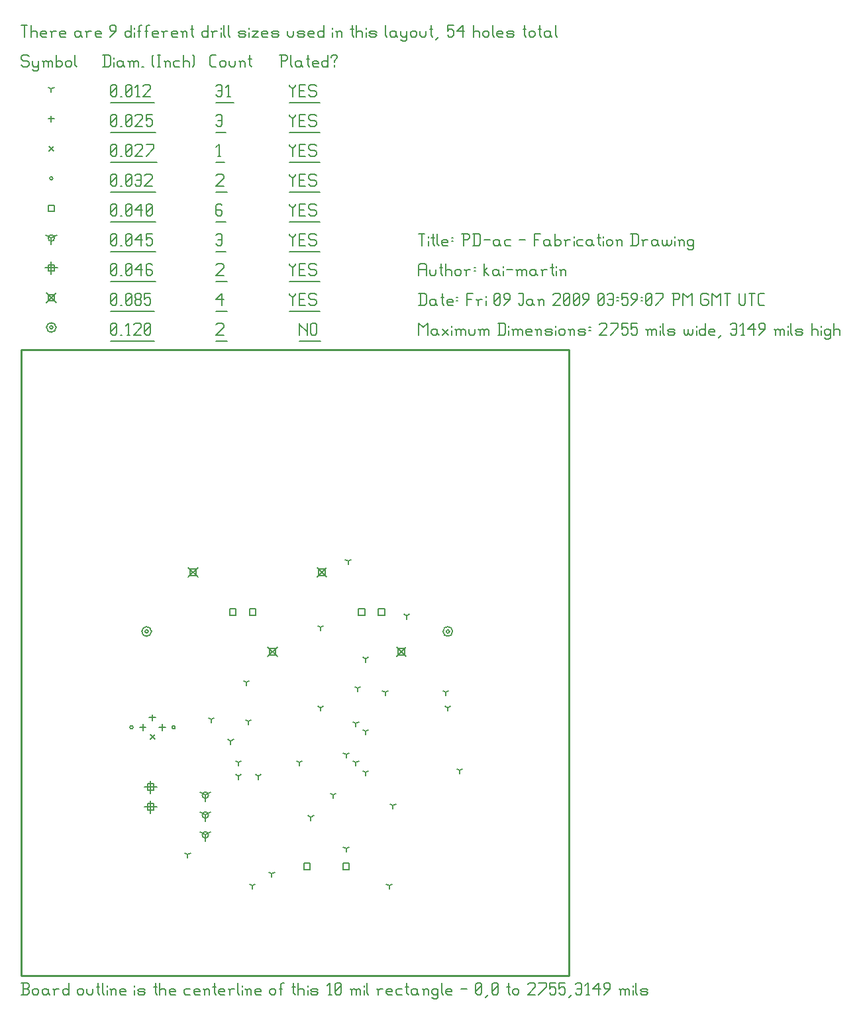
<source format=gbr>
G04 start of page 14 for group -3984 idx -3984 *
G04 Title: PD-ac, fab *
G04 Creator: pcb 1.99x *
G04 CreationDate: Fri 09 Jan 2009 03:59:07 PM GMT UTC *
G04 For: kmk *
G04 Format: Gerber/RS-274X *
G04 PCB-Dimensions: 275591 314961 *
G04 PCB-Coordinate-Origin: lower left *
%MOIN*%
%FSLAX24Y24*%
%LNFAB*%
%ADD33C,0.0060*%
%ADD38C,0.0100*%
%ADD60R,0.0080X0.0080*%
G54D60*X6218Y17322D02*G75*G03X6378Y17322I80J0D01*G01*
G75*G03X6218Y17322I-80J0D01*G01*
X6058D02*G75*G03X6538Y17322I240J0D01*G01*
G75*G03X6058Y17322I-240J0D01*G01*
X21375D02*G75*G03X21535Y17322I80J0D01*G01*
G75*G03X21375Y17322I-80J0D01*G01*
X21215D02*G75*G03X21695Y17322I240J0D01*G01*
G75*G03X21215Y17322I-240J0D01*G01*
X1420Y32621D02*G75*G03X1580Y32621I80J0D01*G01*
G75*G03X1420Y32621I-80J0D01*G01*
X1260D02*G75*G03X1740Y32621I240J0D01*G01*
G75*G03X1260Y32621I-240J0D01*G01*
G54D33*X14000Y32846D02*Y32246D01*
Y32846D02*Y32771D01*
X14375Y32396D01*
Y32846D02*Y32246D01*
X14555Y32771D02*Y32321D01*
Y32771D02*X14630Y32846D01*
X14780D01*
X14855Y32771D01*
Y32321D01*
X14780Y32246D02*X14855Y32321D01*
X14630Y32246D02*X14780D01*
X14555Y32321D02*X14630Y32246D01*
X14000Y31921D02*X15035D01*
X9800Y32771D02*X9875Y32846D01*
X10100D01*
X10175Y32771D01*
Y32621D01*
X9800Y32246D02*X10175Y32621D01*
X9800Y32246D02*X10175D01*
X9800Y31921D02*X10355D01*
X4500Y32321D02*X4575Y32246D01*
X4500Y32771D02*Y32321D01*
Y32771D02*X4575Y32846D01*
X4725D01*
X4800Y32771D01*
Y32321D01*
X4725Y32246D02*X4800Y32321D01*
X4575Y32246D02*X4725D01*
X4500Y32396D02*X4800Y32696D01*
X4980Y32246D02*X5055D01*
X5310D02*X5460D01*
X5385Y32846D02*Y32246D01*
X5235Y32696D02*X5385Y32846D01*
X5640Y32771D02*X5715Y32846D01*
X5940D01*
X6015Y32771D01*
Y32621D01*
X5640Y32246D02*X6015Y32621D01*
X5640Y32246D02*X6015D01*
X6195Y32321D02*X6270Y32246D01*
X6195Y32771D02*Y32321D01*
Y32771D02*X6270Y32846D01*
X6420D01*
X6495Y32771D01*
Y32321D01*
X6420Y32246D02*X6495Y32321D01*
X6270Y32246D02*X6420D01*
X6195Y32396D02*X6495Y32696D01*
X4500Y31921D02*X6675D01*
X8389Y20547D02*X8869Y20067D01*
X8389D02*X8869Y20547D01*
X8469Y20467D02*X8789D01*
X8469D02*Y20147D01*
X8789D01*
Y20467D02*Y20147D01*
X12389Y16547D02*X12869Y16067D01*
X12389D02*X12869Y16547D01*
X12469Y16467D02*X12789D01*
X12469D02*Y16147D01*
X12789D01*
Y16467D02*Y16147D01*
X14886Y20547D02*X15366Y20067D01*
X14886D02*X15366Y20547D01*
X14966Y20467D02*X15286D01*
X14966D02*Y20147D01*
X15286D01*
Y20467D02*Y20147D01*
X18886Y16547D02*X19366Y16067D01*
X18886D02*X19366Y16547D01*
X18966Y16467D02*X19286D01*
X18966D02*Y16147D01*
X19286D01*
Y16467D02*Y16147D01*
X1260Y34361D02*X1740Y33881D01*
X1260D02*X1740Y34361D01*
X1340Y34281D02*X1660D01*
X1340D02*Y33961D01*
X1660D01*
Y34281D02*Y33961D01*
X13500Y34346D02*Y34271D01*
X13650Y34121D01*
X13800Y34271D01*
Y34346D02*Y34271D01*
X13650Y34121D02*Y33746D01*
X13980Y34046D02*X14205D01*
X13980Y33746D02*X14280D01*
X13980Y34346D02*Y33746D01*
Y34346D02*X14280D01*
X14760D02*X14835Y34271D01*
X14535Y34346D02*X14760D01*
X14460Y34271D02*X14535Y34346D01*
X14460Y34271D02*Y34121D01*
X14535Y34046D01*
X14760D01*
X14835Y33971D01*
Y33821D01*
X14760Y33746D02*X14835Y33821D01*
X14535Y33746D02*X14760D01*
X14460Y33821D02*X14535Y33746D01*
X13500Y33421D02*X15015D01*
X9800Y34046D02*X10100Y34346D01*
X9800Y34046D02*X10175D01*
X10100Y34346D02*Y33746D01*
X9800Y33421D02*X10355D01*
X4500Y33821D02*X4575Y33746D01*
X4500Y34271D02*Y33821D01*
Y34271D02*X4575Y34346D01*
X4725D01*
X4800Y34271D01*
Y33821D01*
X4725Y33746D02*X4800Y33821D01*
X4575Y33746D02*X4725D01*
X4500Y33896D02*X4800Y34196D01*
X4980Y33746D02*X5055D01*
X5235Y33821D02*X5310Y33746D01*
X5235Y34271D02*Y33821D01*
Y34271D02*X5310Y34346D01*
X5460D01*
X5535Y34271D01*
Y33821D01*
X5460Y33746D02*X5535Y33821D01*
X5310Y33746D02*X5460D01*
X5235Y33896D02*X5535Y34196D01*
X5715Y33821D02*X5790Y33746D01*
X5715Y33971D02*Y33821D01*
Y33971D02*X5790Y34046D01*
X5940D01*
X6015Y33971D01*
Y33821D01*
X5940Y33746D02*X6015Y33821D01*
X5790Y33746D02*X5940D01*
X5715Y34121D02*X5790Y34046D01*
X5715Y34271D02*Y34121D01*
Y34271D02*X5790Y34346D01*
X5940D01*
X6015Y34271D01*
Y34121D01*
X5940Y34046D02*X6015Y34121D01*
X6195Y34346D02*X6495D01*
X6195D02*Y34046D01*
X6270Y34121D01*
X6420D01*
X6495Y34046D01*
Y33821D01*
X6420Y33746D02*X6495Y33821D01*
X6270Y33746D02*X6420D01*
X6195Y33821D02*X6270Y33746D01*
X4500Y33421D02*X6675D01*
X6496Y9816D02*Y9176D01*
X6176Y9496D02*X6816D01*
X6336Y9656D02*X6656D01*
X6336D02*Y9336D01*
X6656D01*
Y9656D02*Y9336D01*
X6496Y8816D02*Y8176D01*
X6176Y8496D02*X6816D01*
X6336Y8656D02*X6656D01*
X6336D02*Y8336D01*
X6656D01*
Y8656D02*Y8336D01*
X1500Y35941D02*Y35301D01*
X1180Y35621D02*X1820D01*
X1340Y35781D02*X1660D01*
X1340D02*Y35461D01*
X1660D01*
Y35781D02*Y35461D01*
X13500Y35846D02*Y35771D01*
X13650Y35621D01*
X13800Y35771D01*
Y35846D02*Y35771D01*
X13650Y35621D02*Y35246D01*
X13980Y35546D02*X14205D01*
X13980Y35246D02*X14280D01*
X13980Y35846D02*Y35246D01*
Y35846D02*X14280D01*
X14760D02*X14835Y35771D01*
X14535Y35846D02*X14760D01*
X14460Y35771D02*X14535Y35846D01*
X14460Y35771D02*Y35621D01*
X14535Y35546D01*
X14760D01*
X14835Y35471D01*
Y35321D01*
X14760Y35246D02*X14835Y35321D01*
X14535Y35246D02*X14760D01*
X14460Y35321D02*X14535Y35246D01*
X13500Y34921D02*X15015D01*
X9800Y35771D02*X9875Y35846D01*
X10100D01*
X10175Y35771D01*
Y35621D01*
X9800Y35246D02*X10175Y35621D01*
X9800Y35246D02*X10175D01*
X9800Y34921D02*X10355D01*
X4500Y35321D02*X4575Y35246D01*
X4500Y35771D02*Y35321D01*
Y35771D02*X4575Y35846D01*
X4725D01*
X4800Y35771D01*
Y35321D01*
X4725Y35246D02*X4800Y35321D01*
X4575Y35246D02*X4725D01*
X4500Y35396D02*X4800Y35696D01*
X4980Y35246D02*X5055D01*
X5235Y35321D02*X5310Y35246D01*
X5235Y35771D02*Y35321D01*
Y35771D02*X5310Y35846D01*
X5460D01*
X5535Y35771D01*
Y35321D01*
X5460Y35246D02*X5535Y35321D01*
X5310Y35246D02*X5460D01*
X5235Y35396D02*X5535Y35696D01*
X5715Y35546D02*X6015Y35846D01*
X5715Y35546D02*X6090D01*
X6015Y35846D02*Y35246D01*
X6495Y35846D02*X6570Y35771D01*
X6345Y35846D02*X6495D01*
X6270Y35771D02*X6345Y35846D01*
X6270Y35771D02*Y35321D01*
X6345Y35246D01*
X6495Y35546D02*X6570Y35471D01*
X6270Y35546D02*X6495D01*
X6345Y35246D02*X6495D01*
X6570Y35321D01*
Y35471D02*Y35321D01*
X4500Y34921D02*X6750D01*
X9252Y9086D02*Y8766D01*
Y9086D02*X9529Y9246D01*
X9252Y9086D02*X8974Y9246D01*
X9092Y9086D02*G75*G03X9412Y9086I160J0D01*G01*
G75*G03X9092Y9086I-160J0D01*G01*
X9252Y8086D02*Y7766D01*
Y8086D02*X9529Y8246D01*
X9252Y8086D02*X8974Y8246D01*
X9092Y8086D02*G75*G03X9412Y8086I160J0D01*G01*
G75*G03X9092Y8086I-160J0D01*G01*
X9252Y7086D02*Y6766D01*
Y7086D02*X9529Y7246D01*
X9252Y7086D02*X8974Y7246D01*
X9092Y7086D02*G75*G03X9412Y7086I160J0D01*G01*
G75*G03X9092Y7086I-160J0D01*G01*
X1500Y37121D02*Y36801D01*
Y37121D02*X1777Y37281D01*
X1500Y37121D02*X1222Y37281D01*
X1340Y37121D02*G75*G03X1660Y37121I160J0D01*G01*
G75*G03X1340Y37121I-160J0D01*G01*
X13500Y37346D02*Y37271D01*
X13650Y37121D01*
X13800Y37271D01*
Y37346D02*Y37271D01*
X13650Y37121D02*Y36746D01*
X13980Y37046D02*X14205D01*
X13980Y36746D02*X14280D01*
X13980Y37346D02*Y36746D01*
Y37346D02*X14280D01*
X14760D02*X14835Y37271D01*
X14535Y37346D02*X14760D01*
X14460Y37271D02*X14535Y37346D01*
X14460Y37271D02*Y37121D01*
X14535Y37046D01*
X14760D01*
X14835Y36971D01*
Y36821D01*
X14760Y36746D02*X14835Y36821D01*
X14535Y36746D02*X14760D01*
X14460Y36821D02*X14535Y36746D01*
X13500Y36421D02*X15015D01*
X9800Y37271D02*X9875Y37346D01*
X10025D01*
X10100Y37271D01*
Y36821D01*
X10025Y36746D02*X10100Y36821D01*
X9875Y36746D02*X10025D01*
X9800Y36821D02*X9875Y36746D01*
Y37046D02*X10100D01*
X9800Y36421D02*X10280D01*
X4500Y36821D02*X4575Y36746D01*
X4500Y37271D02*Y36821D01*
Y37271D02*X4575Y37346D01*
X4725D01*
X4800Y37271D01*
Y36821D01*
X4725Y36746D02*X4800Y36821D01*
X4575Y36746D02*X4725D01*
X4500Y36896D02*X4800Y37196D01*
X4980Y36746D02*X5055D01*
X5235Y36821D02*X5310Y36746D01*
X5235Y37271D02*Y36821D01*
Y37271D02*X5310Y37346D01*
X5460D01*
X5535Y37271D01*
Y36821D01*
X5460Y36746D02*X5535Y36821D01*
X5310Y36746D02*X5460D01*
X5235Y36896D02*X5535Y37196D01*
X5715Y37046D02*X6015Y37346D01*
X5715Y37046D02*X6090D01*
X6015Y37346D02*Y36746D01*
X6270Y37346D02*X6570D01*
X6270D02*Y37046D01*
X6345Y37121D01*
X6495D01*
X6570Y37046D01*
Y36821D01*
X6495Y36746D02*X6570Y36821D01*
X6345Y36746D02*X6495D01*
X6270Y36821D02*X6345Y36746D01*
X4500Y36421D02*X6750D01*
X10469Y18467D02*X10789D01*
X10469D02*Y18147D01*
X10789D01*
Y18467D02*Y18147D01*
X11469Y18467D02*X11789D01*
X11469D02*Y18147D01*
X11789D01*
Y18467D02*Y18147D01*
X14210Y5671D02*X14530D01*
X14210D02*Y5351D01*
X14530D01*
Y5671D02*Y5351D01*
X16178Y5671D02*X16498D01*
X16178D02*Y5351D01*
X16498D01*
Y5671D02*Y5351D01*
X16966Y18467D02*X17286D01*
X16966D02*Y18147D01*
X17286D01*
Y18467D02*Y18147D01*
X17966Y18467D02*X18286D01*
X17966D02*Y18147D01*
X18286D01*
Y18467D02*Y18147D01*
X1340Y38781D02*X1660D01*
X1340D02*Y38461D01*
X1660D01*
Y38781D02*Y38461D01*
X13500Y38846D02*Y38771D01*
X13650Y38621D01*
X13800Y38771D01*
Y38846D02*Y38771D01*
X13650Y38621D02*Y38246D01*
X13980Y38546D02*X14205D01*
X13980Y38246D02*X14280D01*
X13980Y38846D02*Y38246D01*
Y38846D02*X14280D01*
X14760D02*X14835Y38771D01*
X14535Y38846D02*X14760D01*
X14460Y38771D02*X14535Y38846D01*
X14460Y38771D02*Y38621D01*
X14535Y38546D01*
X14760D01*
X14835Y38471D01*
Y38321D01*
X14760Y38246D02*X14835Y38321D01*
X14535Y38246D02*X14760D01*
X14460Y38321D02*X14535Y38246D01*
X13500Y37921D02*X15015D01*
X10025Y38846D02*X10100Y38771D01*
X9875Y38846D02*X10025D01*
X9800Y38771D02*X9875Y38846D01*
X9800Y38771D02*Y38321D01*
X9875Y38246D01*
X10025Y38546D02*X10100Y38471D01*
X9800Y38546D02*X10025D01*
X9875Y38246D02*X10025D01*
X10100Y38321D01*
Y38471D02*Y38321D01*
X9800Y37921D02*X10280D01*
X4500Y38321D02*X4575Y38246D01*
X4500Y38771D02*Y38321D01*
Y38771D02*X4575Y38846D01*
X4725D01*
X4800Y38771D01*
Y38321D01*
X4725Y38246D02*X4800Y38321D01*
X4575Y38246D02*X4725D01*
X4500Y38396D02*X4800Y38696D01*
X4980Y38246D02*X5055D01*
X5235Y38321D02*X5310Y38246D01*
X5235Y38771D02*Y38321D01*
Y38771D02*X5310Y38846D01*
X5460D01*
X5535Y38771D01*
Y38321D01*
X5460Y38246D02*X5535Y38321D01*
X5310Y38246D02*X5460D01*
X5235Y38396D02*X5535Y38696D01*
X5715Y38546D02*X6015Y38846D01*
X5715Y38546D02*X6090D01*
X6015Y38846D02*Y38246D01*
X6270Y38321D02*X6345Y38246D01*
X6270Y38771D02*Y38321D01*
Y38771D02*X6345Y38846D01*
X6495D01*
X6570Y38771D01*
Y38321D01*
X6495Y38246D02*X6570Y38321D01*
X6345Y38246D02*X6495D01*
X6270Y38396D02*X6570Y38696D01*
X4500Y37921D02*X6750D01*
X5452Y12499D02*G75*G03X5612Y12499I80J0D01*G01*
G75*G03X5452Y12499I-80J0D01*G01*
X7578D02*G75*G03X7738Y12499I80J0D01*G01*
G75*G03X7578Y12499I-80J0D01*G01*
X1420Y40121D02*G75*G03X1580Y40121I80J0D01*G01*
G75*G03X1420Y40121I-80J0D01*G01*
X13500Y40346D02*Y40271D01*
X13650Y40121D01*
X13800Y40271D01*
Y40346D02*Y40271D01*
X13650Y40121D02*Y39746D01*
X13980Y40046D02*X14205D01*
X13980Y39746D02*X14280D01*
X13980Y40346D02*Y39746D01*
Y40346D02*X14280D01*
X14760D02*X14835Y40271D01*
X14535Y40346D02*X14760D01*
X14460Y40271D02*X14535Y40346D01*
X14460Y40271D02*Y40121D01*
X14535Y40046D01*
X14760D01*
X14835Y39971D01*
Y39821D01*
X14760Y39746D02*X14835Y39821D01*
X14535Y39746D02*X14760D01*
X14460Y39821D02*X14535Y39746D01*
X13500Y39421D02*X15015D01*
X9800Y40271D02*X9875Y40346D01*
X10100D01*
X10175Y40271D01*
Y40121D01*
X9800Y39746D02*X10175Y40121D01*
X9800Y39746D02*X10175D01*
X9800Y39421D02*X10355D01*
X4500Y39821D02*X4575Y39746D01*
X4500Y40271D02*Y39821D01*
Y40271D02*X4575Y40346D01*
X4725D01*
X4800Y40271D01*
Y39821D01*
X4725Y39746D02*X4800Y39821D01*
X4575Y39746D02*X4725D01*
X4500Y39896D02*X4800Y40196D01*
X4980Y39746D02*X5055D01*
X5235Y39821D02*X5310Y39746D01*
X5235Y40271D02*Y39821D01*
Y40271D02*X5310Y40346D01*
X5460D01*
X5535Y40271D01*
Y39821D01*
X5460Y39746D02*X5535Y39821D01*
X5310Y39746D02*X5460D01*
X5235Y39896D02*X5535Y40196D01*
X5715Y40271D02*X5790Y40346D01*
X5940D01*
X6015Y40271D01*
Y39821D01*
X5940Y39746D02*X6015Y39821D01*
X5790Y39746D02*X5940D01*
X5715Y39821D02*X5790Y39746D01*
Y40046D02*X6015D01*
X6195Y40271D02*X6270Y40346D01*
X6495D01*
X6570Y40271D01*
Y40121D01*
X6195Y39746D02*X6570Y40121D01*
X6195Y39746D02*X6570D01*
X4500Y39421D02*X6750D01*
X6474Y12127D02*X6714Y11887D01*
X6474D02*X6714Y12127D01*
X1380Y41741D02*X1620Y41501D01*
X1380D02*X1620Y41741D01*
X13500Y41846D02*Y41771D01*
X13650Y41621D01*
X13800Y41771D01*
Y41846D02*Y41771D01*
X13650Y41621D02*Y41246D01*
X13980Y41546D02*X14205D01*
X13980Y41246D02*X14280D01*
X13980Y41846D02*Y41246D01*
Y41846D02*X14280D01*
X14760D02*X14835Y41771D01*
X14535Y41846D02*X14760D01*
X14460Y41771D02*X14535Y41846D01*
X14460Y41771D02*Y41621D01*
X14535Y41546D01*
X14760D01*
X14835Y41471D01*
Y41321D01*
X14760Y41246D02*X14835Y41321D01*
X14535Y41246D02*X14760D01*
X14460Y41321D02*X14535Y41246D01*
X13500Y40921D02*X15015D01*
X9875Y41246D02*X10025D01*
X9950Y41846D02*Y41246D01*
X9800Y41696D02*X9950Y41846D01*
X9800Y40921D02*X10205D01*
X4500Y41321D02*X4575Y41246D01*
X4500Y41771D02*Y41321D01*
Y41771D02*X4575Y41846D01*
X4725D01*
X4800Y41771D01*
Y41321D01*
X4725Y41246D02*X4800Y41321D01*
X4575Y41246D02*X4725D01*
X4500Y41396D02*X4800Y41696D01*
X4980Y41246D02*X5055D01*
X5235Y41321D02*X5310Y41246D01*
X5235Y41771D02*Y41321D01*
Y41771D02*X5310Y41846D01*
X5460D01*
X5535Y41771D01*
Y41321D01*
X5460Y41246D02*X5535Y41321D01*
X5310Y41246D02*X5460D01*
X5235Y41396D02*X5535Y41696D01*
X5715Y41771D02*X5790Y41846D01*
X6015D01*
X6090Y41771D01*
Y41621D01*
X5715Y41246D02*X6090Y41621D01*
X5715Y41246D02*X6090D01*
X6270D02*X6645Y41621D01*
Y41846D02*Y41621D01*
X6270Y41846D02*X6645D01*
X4500Y40921D02*X6825D01*
X6594Y13151D02*Y12831D01*
X6434Y12991D02*X6754D01*
X7086Y12659D02*Y12339D01*
X6926Y12499D02*X7246D01*
X6102Y12659D02*Y12339D01*
X5942Y12499D02*X6262D01*
X1500Y43281D02*Y42961D01*
X1340Y43121D02*X1660D01*
X13500Y43346D02*Y43271D01*
X13650Y43121D01*
X13800Y43271D01*
Y43346D02*Y43271D01*
X13650Y43121D02*Y42746D01*
X13980Y43046D02*X14205D01*
X13980Y42746D02*X14280D01*
X13980Y43346D02*Y42746D01*
Y43346D02*X14280D01*
X14760D02*X14835Y43271D01*
X14535Y43346D02*X14760D01*
X14460Y43271D02*X14535Y43346D01*
X14460Y43271D02*Y43121D01*
X14535Y43046D01*
X14760D01*
X14835Y42971D01*
Y42821D01*
X14760Y42746D02*X14835Y42821D01*
X14535Y42746D02*X14760D01*
X14460Y42821D02*X14535Y42746D01*
X13500Y42421D02*X15015D01*
X9800Y43271D02*X9875Y43346D01*
X10025D01*
X10100Y43271D01*
Y42821D01*
X10025Y42746D02*X10100Y42821D01*
X9875Y42746D02*X10025D01*
X9800Y42821D02*X9875Y42746D01*
Y43046D02*X10100D01*
X9800Y42421D02*X10280D01*
X4500Y42821D02*X4575Y42746D01*
X4500Y43271D02*Y42821D01*
Y43271D02*X4575Y43346D01*
X4725D01*
X4800Y43271D01*
Y42821D01*
X4725Y42746D02*X4800Y42821D01*
X4575Y42746D02*X4725D01*
X4500Y42896D02*X4800Y43196D01*
X4980Y42746D02*X5055D01*
X5235Y42821D02*X5310Y42746D01*
X5235Y43271D02*Y42821D01*
Y43271D02*X5310Y43346D01*
X5460D01*
X5535Y43271D01*
Y42821D01*
X5460Y42746D02*X5535Y42821D01*
X5310Y42746D02*X5460D01*
X5235Y42896D02*X5535Y43196D01*
X5715Y43271D02*X5790Y43346D01*
X6015D01*
X6090Y43271D01*
Y43121D01*
X5715Y42746D02*X6090Y43121D01*
X5715Y42746D02*X6090D01*
X6270Y43346D02*X6570D01*
X6270D02*Y43046D01*
X6345Y43121D01*
X6495D01*
X6570Y43046D01*
Y42821D01*
X6495Y42746D02*X6570Y42821D01*
X6345Y42746D02*X6495D01*
X6270Y42821D02*X6345Y42746D01*
X4500Y42421D02*X6750D01*
X8366Y6102D02*Y5942D01*
Y6102D02*X8504Y6182D01*
X8366Y6102D02*X8227Y6182D01*
X21358Y14271D02*Y14111D01*
Y14271D02*X21496Y14351D01*
X21358Y14271D02*X21219Y14351D01*
X22047Y10334D02*Y10174D01*
Y10334D02*X22185Y10414D01*
X22047Y10334D02*X21908Y10414D01*
X21456Y13484D02*Y13324D01*
Y13484D02*X21595Y13564D01*
X21456Y13484D02*X21318Y13564D01*
X19389Y18110D02*Y17950D01*
Y18110D02*X19528Y18190D01*
X19389Y18110D02*X19251Y18190D01*
X16830Y10728D02*Y10568D01*
Y10728D02*X16969Y10808D01*
X16830Y10728D02*X16692Y10808D01*
X16929Y14468D02*Y14308D01*
Y14468D02*X17067Y14548D01*
X16929Y14468D02*X16790Y14548D01*
X16830Y12696D02*Y12536D01*
Y12696D02*X16969Y12776D01*
X16830Y12696D02*X16692Y12776D01*
X16437Y20866D02*Y20706D01*
Y20866D02*X16575Y20946D01*
X16437Y20866D02*X16298Y20946D01*
X18307Y14271D02*Y14111D01*
Y14271D02*X18445Y14351D01*
X18307Y14271D02*X18168Y14351D01*
X11318Y14763D02*Y14603D01*
Y14763D02*X11457Y14843D01*
X11318Y14763D02*X11180Y14843D01*
X10925Y10728D02*Y10568D01*
Y10728D02*X11063Y10808D01*
X10925Y10728D02*X10786Y10808D01*
X16338Y11122D02*Y10962D01*
Y11122D02*X16477Y11202D01*
X16338Y11122D02*X16200Y11202D01*
X13976Y10728D02*Y10568D01*
Y10728D02*X14115Y10808D01*
X13976Y10728D02*X13837Y10808D01*
X14566Y7972D02*Y7812D01*
Y7972D02*X14705Y8052D01*
X14566Y7972D02*X14428Y8052D01*
X16338Y6397D02*Y6237D01*
Y6397D02*X16477Y6477D01*
X16338Y6397D02*X16200Y6477D01*
X17322Y12303D02*Y12143D01*
Y12303D02*X17461Y12383D01*
X17322Y12303D02*X17184Y12383D01*
X17322Y15944D02*Y15784D01*
Y15944D02*X17461Y16024D01*
X17322Y15944D02*X17184Y16024D01*
X17322Y10236D02*Y10076D01*
Y10236D02*X17461Y10316D01*
X17322Y10236D02*X17184Y10316D01*
X12598Y5118D02*Y4958D01*
Y5118D02*X12737Y5198D01*
X12598Y5118D02*X12459Y5198D01*
X10925Y10039D02*Y9879D01*
Y10039D02*X11063Y10119D01*
X10925Y10039D02*X10786Y10119D01*
X15059Y13484D02*Y13324D01*
Y13484D02*X15197Y13564D01*
X15059Y13484D02*X14920Y13564D01*
X15059Y17519D02*Y17359D01*
Y17519D02*X15197Y17599D01*
X15059Y17519D02*X14920Y17599D01*
X10531Y11811D02*Y11651D01*
Y11811D02*X10670Y11891D01*
X10531Y11811D02*X10392Y11891D01*
X11909Y10039D02*Y9879D01*
Y10039D02*X12048Y10119D01*
X11909Y10039D02*X11770Y10119D01*
X15682Y9087D02*Y8927D01*
Y9087D02*X15820Y9167D01*
X15682Y9087D02*X15543Y9167D01*
X11417Y12795D02*Y12635D01*
Y12795D02*X11555Y12875D01*
X11417Y12795D02*X11278Y12875D01*
X11614Y4527D02*Y4367D01*
Y4527D02*X11752Y4607D01*
X11614Y4527D02*X11475Y4607D01*
X18503Y4527D02*Y4367D01*
Y4527D02*X18642Y4607D01*
X18503Y4527D02*X18365Y4607D01*
X18700Y8563D02*Y8403D01*
Y8563D02*X18839Y8643D01*
X18700Y8563D02*X18562Y8643D01*
X9547Y12893D02*Y12733D01*
Y12893D02*X9685Y12973D01*
X9547Y12893D02*X9408Y12973D01*
X1500Y44621D02*Y44461D01*
Y44621D02*X1638Y44701D01*
X1500Y44621D02*X1361Y44701D01*
X13500Y44846D02*Y44771D01*
X13650Y44621D01*
X13800Y44771D01*
Y44846D02*Y44771D01*
X13650Y44621D02*Y44246D01*
X13980Y44546D02*X14205D01*
X13980Y44246D02*X14280D01*
X13980Y44846D02*Y44246D01*
Y44846D02*X14280D01*
X14760D02*X14835Y44771D01*
X14535Y44846D02*X14760D01*
X14460Y44771D02*X14535Y44846D01*
X14460Y44771D02*Y44621D01*
X14535Y44546D01*
X14760D01*
X14835Y44471D01*
Y44321D01*
X14760Y44246D02*X14835Y44321D01*
X14535Y44246D02*X14760D01*
X14460Y44321D02*X14535Y44246D01*
X13500Y43921D02*X15015D01*
X9800Y44771D02*X9875Y44846D01*
X10025D01*
X10100Y44771D01*
Y44321D01*
X10025Y44246D02*X10100Y44321D01*
X9875Y44246D02*X10025D01*
X9800Y44321D02*X9875Y44246D01*
Y44546D02*X10100D01*
X10355Y44246D02*X10505D01*
X10430Y44846D02*Y44246D01*
X10280Y44696D02*X10430Y44846D01*
X9800Y43921D02*X10685D01*
X4500Y44321D02*X4575Y44246D01*
X4500Y44771D02*Y44321D01*
Y44771D02*X4575Y44846D01*
X4725D01*
X4800Y44771D01*
Y44321D01*
X4725Y44246D02*X4800Y44321D01*
X4575Y44246D02*X4725D01*
X4500Y44396D02*X4800Y44696D01*
X4980Y44246D02*X5055D01*
X5235Y44321D02*X5310Y44246D01*
X5235Y44771D02*Y44321D01*
Y44771D02*X5310Y44846D01*
X5460D01*
X5535Y44771D01*
Y44321D01*
X5460Y44246D02*X5535Y44321D01*
X5310Y44246D02*X5460D01*
X5235Y44396D02*X5535Y44696D01*
X5790Y44246D02*X5940D01*
X5865Y44846D02*Y44246D01*
X5715Y44696D02*X5865Y44846D01*
X6120Y44771D02*X6195Y44846D01*
X6420D01*
X6495Y44771D01*
Y44621D01*
X6120Y44246D02*X6495Y44621D01*
X6120Y44246D02*X6495D01*
X4500Y43921D02*X6675D01*
X300Y46346D02*X375Y46271D01*
X75Y46346D02*X300D01*
X0Y46271D02*X75Y46346D01*
X0Y46271D02*Y46121D01*
X75Y46046D01*
X300D01*
X375Y45971D01*
Y45821D01*
X300Y45746D02*X375Y45821D01*
X75Y45746D02*X300D01*
X0Y45821D02*X75Y45746D01*
X555Y46046D02*Y45821D01*
X630Y45746D01*
X855Y46046D02*Y45596D01*
X780Y45521D02*X855Y45596D01*
X630Y45521D02*X780D01*
X555Y45596D02*X630Y45521D01*
Y45746D02*X780D01*
X855Y45821D01*
X1110Y45971D02*Y45746D01*
Y45971D02*X1185Y46046D01*
X1260D01*
X1335Y45971D01*
Y45746D01*
Y45971D02*X1410Y46046D01*
X1485D01*
X1560Y45971D01*
Y45746D01*
X1035Y46046D02*X1110Y45971D01*
X1740Y46346D02*Y45746D01*
Y45821D02*X1815Y45746D01*
X1965D01*
X2040Y45821D01*
Y45971D02*Y45821D01*
X1965Y46046D02*X2040Y45971D01*
X1815Y46046D02*X1965D01*
X1740Y45971D02*X1815Y46046D01*
X2220Y45971D02*Y45821D01*
Y45971D02*X2295Y46046D01*
X2445D01*
X2520Y45971D01*
Y45821D01*
X2445Y45746D02*X2520Y45821D01*
X2295Y45746D02*X2445D01*
X2220Y45821D02*X2295Y45746D01*
X2700Y46346D02*Y45821D01*
X2775Y45746D01*
X4175Y46346D02*Y45746D01*
X4400Y46346D02*X4475Y46271D01*
Y45821D01*
X4400Y45746D02*X4475Y45821D01*
X4100Y45746D02*X4400D01*
X4100Y46346D02*X4400D01*
X4655Y46196D02*Y46121D01*
Y45971D02*Y45746D01*
X5030Y46046D02*X5105Y45971D01*
X4880Y46046D02*X5030D01*
X4805Y45971D02*X4880Y46046D01*
X4805Y45971D02*Y45821D01*
X4880Y45746D01*
X5105Y46046D02*Y45821D01*
X5180Y45746D01*
X4880D02*X5030D01*
X5105Y45821D01*
X5435Y45971D02*Y45746D01*
Y45971D02*X5510Y46046D01*
X5585D01*
X5660Y45971D01*
Y45746D01*
Y45971D02*X5735Y46046D01*
X5810D01*
X5885Y45971D01*
Y45746D01*
X5360Y46046D02*X5435Y45971D01*
X6065Y45746D02*X6140D01*
X6590Y45821D02*X6665Y45746D01*
X6590Y46271D02*X6665Y46346D01*
X6590Y46271D02*Y45821D01*
X6845Y46346D02*X6995D01*
X6920D02*Y45746D01*
X6845D02*X6995D01*
X7251Y45971D02*Y45746D01*
Y45971D02*X7326Y46046D01*
X7401D01*
X7476Y45971D01*
Y45746D01*
X7176Y46046D02*X7251Y45971D01*
X7731Y46046D02*X7956D01*
X7656Y45971D02*X7731Y46046D01*
X7656Y45971D02*Y45821D01*
X7731Y45746D01*
X7956D01*
X8136Y46346D02*Y45746D01*
Y45971D02*X8211Y46046D01*
X8361D01*
X8436Y45971D01*
Y45746D01*
X8616Y46346D02*X8691Y46271D01*
Y45821D01*
X8616Y45746D02*X8691Y45821D01*
X9575Y45746D02*X9800D01*
X9500Y45821D02*X9575Y45746D01*
X9500Y46271D02*Y45821D01*
Y46271D02*X9575Y46346D01*
X9800D01*
X9980Y45971D02*Y45821D01*
Y45971D02*X10055Y46046D01*
X10205D01*
X10280Y45971D01*
Y45821D01*
X10205Y45746D02*X10280Y45821D01*
X10055Y45746D02*X10205D01*
X9980Y45821D02*X10055Y45746D01*
X10460Y46046D02*Y45821D01*
X10535Y45746D01*
X10685D01*
X10760Y45821D01*
Y46046D02*Y45821D01*
X11015Y45971D02*Y45746D01*
Y45971D02*X11090Y46046D01*
X11165D01*
X11240Y45971D01*
Y45746D01*
X10940Y46046D02*X11015Y45971D01*
X11495Y46346D02*Y45821D01*
X11570Y45746D01*
X11420Y46121D02*X11570D01*
X13075Y46346D02*Y45746D01*
X13000Y46346D02*X13300D01*
X13375Y46271D01*
Y46121D01*
X13300Y46046D02*X13375Y46121D01*
X13075Y46046D02*X13300D01*
X13555Y46346D02*Y45821D01*
X13630Y45746D01*
X14005Y46046D02*X14080Y45971D01*
X13855Y46046D02*X14005D01*
X13780Y45971D02*X13855Y46046D01*
X13780Y45971D02*Y45821D01*
X13855Y45746D01*
X14080Y46046D02*Y45821D01*
X14155Y45746D01*
X13855D02*X14005D01*
X14080Y45821D01*
X14410Y46346D02*Y45821D01*
X14485Y45746D01*
X14335Y46121D02*X14485D01*
X14710Y45746D02*X14935D01*
X14635Y45821D02*X14710Y45746D01*
X14635Y45971D02*Y45821D01*
Y45971D02*X14710Y46046D01*
X14860D01*
X14935Y45971D01*
X14635Y45896D02*X14935D01*
Y45971D02*Y45896D01*
X15415Y46346D02*Y45746D01*
X15340D02*X15415Y45821D01*
X15190Y45746D02*X15340D01*
X15115Y45821D02*X15190Y45746D01*
X15115Y45971D02*Y45821D01*
Y45971D02*X15190Y46046D01*
X15340D01*
X15415Y45971D01*
X15745Y46046D02*Y45971D01*
Y45821D02*Y45746D01*
X15595Y46271D02*Y46196D01*
Y46271D02*X15670Y46346D01*
X15820D01*
X15895Y46271D01*
Y46196D01*
X15745Y46046D02*X15895Y46196D01*
X0Y47846D02*X300D01*
X150D02*Y47246D01*
X480Y47846D02*Y47246D01*
Y47471D02*X555Y47546D01*
X705D01*
X780Y47471D01*
Y47246D01*
X1035D02*X1260D01*
X960Y47321D02*X1035Y47246D01*
X960Y47471D02*Y47321D01*
Y47471D02*X1035Y47546D01*
X1185D01*
X1260Y47471D01*
X960Y47396D02*X1260D01*
Y47471D02*Y47396D01*
X1515Y47471D02*Y47246D01*
Y47471D02*X1590Y47546D01*
X1740D01*
X1440D02*X1515Y47471D01*
X1995Y47246D02*X2220D01*
X1920Y47321D02*X1995Y47246D01*
X1920Y47471D02*Y47321D01*
Y47471D02*X1995Y47546D01*
X2145D01*
X2220Y47471D01*
X1920Y47396D02*X2220D01*
Y47471D02*Y47396D01*
X2895Y47546D02*X2970Y47471D01*
X2745Y47546D02*X2895D01*
X2670Y47471D02*X2745Y47546D01*
X2670Y47471D02*Y47321D01*
X2745Y47246D01*
X2970Y47546D02*Y47321D01*
X3045Y47246D01*
X2745D02*X2895D01*
X2970Y47321D01*
X3300Y47471D02*Y47246D01*
Y47471D02*X3375Y47546D01*
X3525D01*
X3225D02*X3300Y47471D01*
X3781Y47246D02*X4006D01*
X3706Y47321D02*X3781Y47246D01*
X3706Y47471D02*Y47321D01*
Y47471D02*X3781Y47546D01*
X3931D01*
X4006Y47471D01*
X3706Y47396D02*X4006D01*
Y47471D02*Y47396D01*
X4456Y47246D02*X4756Y47546D01*
Y47771D02*Y47546D01*
X4681Y47846D02*X4756Y47771D01*
X4531Y47846D02*X4681D01*
X4456Y47771D02*X4531Y47846D01*
X4456Y47771D02*Y47621D01*
X4531Y47546D01*
X4756D01*
X5506Y47846D02*Y47246D01*
X5431D02*X5506Y47321D01*
X5281Y47246D02*X5431D01*
X5206Y47321D02*X5281Y47246D01*
X5206Y47471D02*Y47321D01*
Y47471D02*X5281Y47546D01*
X5431D01*
X5506Y47471D01*
X5686Y47696D02*Y47621D01*
Y47471D02*Y47246D01*
X5911Y47771D02*Y47246D01*
Y47771D02*X5986Y47846D01*
X6061D01*
X5836Y47546D02*X5986D01*
X6286Y47771D02*Y47246D01*
Y47771D02*X6361Y47846D01*
X6436D01*
X6211Y47546D02*X6361D01*
X6661Y47246D02*X6886D01*
X6586Y47321D02*X6661Y47246D01*
X6586Y47471D02*Y47321D01*
Y47471D02*X6661Y47546D01*
X6811D01*
X6886Y47471D01*
X6586Y47396D02*X6886D01*
Y47471D02*Y47396D01*
X7142Y47471D02*Y47246D01*
Y47471D02*X7217Y47546D01*
X7367D01*
X7067D02*X7142Y47471D01*
X7622Y47246D02*X7847D01*
X7547Y47321D02*X7622Y47246D01*
X7547Y47471D02*Y47321D01*
Y47471D02*X7622Y47546D01*
X7772D01*
X7847Y47471D01*
X7547Y47396D02*X7847D01*
Y47471D02*Y47396D01*
X8102Y47471D02*Y47246D01*
Y47471D02*X8177Y47546D01*
X8252D01*
X8327Y47471D01*
Y47246D01*
X8027Y47546D02*X8102Y47471D01*
X8582Y47846D02*Y47321D01*
X8657Y47246D01*
X8507Y47621D02*X8657D01*
X9377Y47846D02*Y47246D01*
X9302D02*X9377Y47321D01*
X9152Y47246D02*X9302D01*
X9077Y47321D02*X9152Y47246D01*
X9077Y47471D02*Y47321D01*
Y47471D02*X9152Y47546D01*
X9302D01*
X9377Y47471D01*
X9632D02*Y47246D01*
Y47471D02*X9707Y47546D01*
X9857D01*
X9557D02*X9632Y47471D01*
X10038Y47696D02*Y47621D01*
Y47471D02*Y47246D01*
X10188Y47846D02*Y47321D01*
X10263Y47246D01*
X10413Y47846D02*Y47321D01*
X10488Y47246D01*
X10983D02*X11208D01*
X11283Y47321D01*
X11208Y47396D02*X11283Y47321D01*
X10983Y47396D02*X11208D01*
X10908Y47471D02*X10983Y47396D01*
X10908Y47471D02*X10983Y47546D01*
X11208D01*
X11283Y47471D01*
X10908Y47321D02*X10983Y47246D01*
X11463Y47696D02*Y47621D01*
Y47471D02*Y47246D01*
X11613Y47546D02*X11913D01*
X11613Y47246D02*X11913Y47546D01*
X11613Y47246D02*X11913D01*
X12168D02*X12393D01*
X12093Y47321D02*X12168Y47246D01*
X12093Y47471D02*Y47321D01*
Y47471D02*X12168Y47546D01*
X12318D01*
X12393Y47471D01*
X12093Y47396D02*X12393D01*
Y47471D02*Y47396D01*
X12649Y47246D02*X12874D01*
X12949Y47321D01*
X12874Y47396D02*X12949Y47321D01*
X12649Y47396D02*X12874D01*
X12574Y47471D02*X12649Y47396D01*
X12574Y47471D02*X12649Y47546D01*
X12874D01*
X12949Y47471D01*
X12574Y47321D02*X12649Y47246D01*
X13399Y47546D02*Y47321D01*
X13474Y47246D01*
X13624D01*
X13699Y47321D01*
Y47546D02*Y47321D01*
X13954Y47246D02*X14179D01*
X14254Y47321D01*
X14179Y47396D02*X14254Y47321D01*
X13954Y47396D02*X14179D01*
X13879Y47471D02*X13954Y47396D01*
X13879Y47471D02*X13954Y47546D01*
X14179D01*
X14254Y47471D01*
X13879Y47321D02*X13954Y47246D01*
X14509D02*X14734D01*
X14434Y47321D02*X14509Y47246D01*
X14434Y47471D02*Y47321D01*
Y47471D02*X14509Y47546D01*
X14659D01*
X14734Y47471D01*
X14434Y47396D02*X14734D01*
Y47471D02*Y47396D01*
X15214Y47846D02*Y47246D01*
X15139D02*X15214Y47321D01*
X14989Y47246D02*X15139D01*
X14914Y47321D02*X14989Y47246D01*
X14914Y47471D02*Y47321D01*
Y47471D02*X14989Y47546D01*
X15139D01*
X15214Y47471D01*
X15664Y47696D02*Y47621D01*
Y47471D02*Y47246D01*
X15889Y47471D02*Y47246D01*
Y47471D02*X15964Y47546D01*
X16039D01*
X16114Y47471D01*
Y47246D01*
X15814Y47546D02*X15889Y47471D01*
X16640Y47846D02*Y47321D01*
X16715Y47246D01*
X16565Y47621D02*X16715D01*
X16865Y47846D02*Y47246D01*
Y47471D02*X16940Y47546D01*
X17090D01*
X17165Y47471D01*
Y47246D01*
X17345Y47696D02*Y47621D01*
Y47471D02*Y47246D01*
X17570D02*X17795D01*
X17870Y47321D01*
X17795Y47396D02*X17870Y47321D01*
X17570Y47396D02*X17795D01*
X17495Y47471D02*X17570Y47396D01*
X17495Y47471D02*X17570Y47546D01*
X17795D01*
X17870Y47471D01*
X17495Y47321D02*X17570Y47246D01*
X18320Y47846D02*Y47321D01*
X18395Y47246D01*
X18770Y47546D02*X18845Y47471D01*
X18620Y47546D02*X18770D01*
X18545Y47471D02*X18620Y47546D01*
X18545Y47471D02*Y47321D01*
X18620Y47246D01*
X18845Y47546D02*Y47321D01*
X18920Y47246D01*
X18620D02*X18770D01*
X18845Y47321D01*
X19101Y47546D02*Y47321D01*
X19176Y47246D01*
X19401Y47546D02*Y47096D01*
X19326Y47021D02*X19401Y47096D01*
X19176Y47021D02*X19326D01*
X19101Y47096D02*X19176Y47021D01*
Y47246D02*X19326D01*
X19401Y47321D01*
X19581Y47471D02*Y47321D01*
Y47471D02*X19656Y47546D01*
X19806D01*
X19881Y47471D01*
Y47321D01*
X19806Y47246D02*X19881Y47321D01*
X19656Y47246D02*X19806D01*
X19581Y47321D02*X19656Y47246D01*
X20061Y47546D02*Y47321D01*
X20136Y47246D01*
X20286D01*
X20361Y47321D01*
Y47546D02*Y47321D01*
X20616Y47846D02*Y47321D01*
X20691Y47246D01*
X20541Y47621D02*X20691D01*
X20841Y47096D02*X20991Y47246D01*
X21441Y47846D02*X21741D01*
X21441D02*Y47546D01*
X21516Y47621D01*
X21666D01*
X21741Y47546D01*
Y47321D01*
X21666Y47246D02*X21741Y47321D01*
X21516Y47246D02*X21666D01*
X21441Y47321D02*X21516Y47246D01*
X21921Y47546D02*X22221Y47846D01*
X21921Y47546D02*X22296D01*
X22221Y47846D02*Y47246D01*
X22747Y47846D02*Y47246D01*
Y47471D02*X22822Y47546D01*
X22972D01*
X23047Y47471D01*
Y47246D01*
X23227Y47471D02*Y47321D01*
Y47471D02*X23302Y47546D01*
X23452D01*
X23527Y47471D01*
Y47321D01*
X23452Y47246D02*X23527Y47321D01*
X23302Y47246D02*X23452D01*
X23227Y47321D02*X23302Y47246D01*
X23707Y47846D02*Y47321D01*
X23782Y47246D01*
X24007D02*X24232D01*
X23932Y47321D02*X24007Y47246D01*
X23932Y47471D02*Y47321D01*
Y47471D02*X24007Y47546D01*
X24157D01*
X24232Y47471D01*
X23932Y47396D02*X24232D01*
Y47471D02*Y47396D01*
X24487Y47246D02*X24712D01*
X24787Y47321D01*
X24712Y47396D02*X24787Y47321D01*
X24487Y47396D02*X24712D01*
X24412Y47471D02*X24487Y47396D01*
X24412Y47471D02*X24487Y47546D01*
X24712D01*
X24787Y47471D01*
X24412Y47321D02*X24487Y47246D01*
X25312Y47846D02*Y47321D01*
X25387Y47246D01*
X25237Y47621D02*X25387D01*
X25537Y47471D02*Y47321D01*
Y47471D02*X25612Y47546D01*
X25762D01*
X25837Y47471D01*
Y47321D01*
X25762Y47246D02*X25837Y47321D01*
X25612Y47246D02*X25762D01*
X25537Y47321D02*X25612Y47246D01*
X26093Y47846D02*Y47321D01*
X26168Y47246D01*
X26018Y47621D02*X26168D01*
X26543Y47546D02*X26618Y47471D01*
X26393Y47546D02*X26543D01*
X26318Y47471D02*X26393Y47546D01*
X26318Y47471D02*Y47321D01*
X26393Y47246D01*
X26618Y47546D02*Y47321D01*
X26693Y47246D01*
X26393D02*X26543D01*
X26618Y47321D01*
X26873Y47846D02*Y47321D01*
X26948Y47246D01*
G54D38*X0Y31496D02*X27559D01*
X0D02*Y0D01*
X27559Y31496D02*Y0D01*
X0D02*X27559D01*
G54D33*X20000Y32846D02*Y32246D01*
Y32846D02*X20225Y32621D01*
X20450Y32846D01*
Y32246D01*
X20855Y32546D02*X20930Y32471D01*
X20705Y32546D02*X20855D01*
X20630Y32471D02*X20705Y32546D01*
X20630Y32471D02*Y32321D01*
X20705Y32246D01*
X20930Y32546D02*Y32321D01*
X21005Y32246D01*
X20705D02*X20855D01*
X20930Y32321D01*
X21185Y32546D02*X21485Y32246D01*
X21185D02*X21485Y32546D01*
X21665Y32696D02*Y32621D01*
Y32471D02*Y32246D01*
X21890Y32471D02*Y32246D01*
Y32471D02*X21965Y32546D01*
X22040D01*
X22115Y32471D01*
Y32246D01*
Y32471D02*X22190Y32546D01*
X22265D01*
X22340Y32471D01*
Y32246D01*
X21815Y32546D02*X21890Y32471D01*
X22520Y32546D02*Y32321D01*
X22595Y32246D01*
X22745D01*
X22820Y32321D01*
Y32546D02*Y32321D01*
X23075Y32471D02*Y32246D01*
Y32471D02*X23150Y32546D01*
X23225D01*
X23300Y32471D01*
Y32246D01*
Y32471D02*X23375Y32546D01*
X23450D01*
X23525Y32471D01*
Y32246D01*
X23000Y32546D02*X23075Y32471D01*
X24051Y32846D02*Y32246D01*
X24276Y32846D02*X24351Y32771D01*
Y32321D01*
X24276Y32246D02*X24351Y32321D01*
X23976Y32246D02*X24276D01*
X23976Y32846D02*X24276D01*
X24531Y32696D02*Y32621D01*
Y32471D02*Y32246D01*
X24756Y32471D02*Y32246D01*
Y32471D02*X24831Y32546D01*
X24906D01*
X24981Y32471D01*
Y32246D01*
Y32471D02*X25056Y32546D01*
X25131D01*
X25206Y32471D01*
Y32246D01*
X24681Y32546D02*X24756Y32471D01*
X25461Y32246D02*X25686D01*
X25386Y32321D02*X25461Y32246D01*
X25386Y32471D02*Y32321D01*
Y32471D02*X25461Y32546D01*
X25611D01*
X25686Y32471D01*
X25386Y32396D02*X25686D01*
Y32471D02*Y32396D01*
X25941Y32471D02*Y32246D01*
Y32471D02*X26016Y32546D01*
X26091D01*
X26166Y32471D01*
Y32246D01*
X25866Y32546D02*X25941Y32471D01*
X26421Y32246D02*X26646D01*
X26721Y32321D01*
X26646Y32396D02*X26721Y32321D01*
X26421Y32396D02*X26646D01*
X26346Y32471D02*X26421Y32396D01*
X26346Y32471D02*X26421Y32546D01*
X26646D01*
X26721Y32471D01*
X26346Y32321D02*X26421Y32246D01*
X26901Y32696D02*Y32621D01*
Y32471D02*Y32246D01*
X27052Y32471D02*Y32321D01*
Y32471D02*X27127Y32546D01*
X27277D01*
X27352Y32471D01*
Y32321D01*
X27277Y32246D02*X27352Y32321D01*
X27127Y32246D02*X27277D01*
X27052Y32321D02*X27127Y32246D01*
X27607Y32471D02*Y32246D01*
Y32471D02*X27682Y32546D01*
X27757D01*
X27832Y32471D01*
Y32246D01*
X27532Y32546D02*X27607Y32471D01*
X28087Y32246D02*X28312D01*
X28387Y32321D01*
X28312Y32396D02*X28387Y32321D01*
X28087Y32396D02*X28312D01*
X28012Y32471D02*X28087Y32396D01*
X28012Y32471D02*X28087Y32546D01*
X28312D01*
X28387Y32471D01*
X28012Y32321D02*X28087Y32246D01*
X28567Y32621D02*X28642D01*
X28567Y32471D02*X28642D01*
X29092Y32771D02*X29167Y32846D01*
X29392D01*
X29467Y32771D01*
Y32621D01*
X29092Y32246D02*X29467Y32621D01*
X29092Y32246D02*X29467D01*
X29647D02*X30022Y32621D01*
Y32846D02*Y32621D01*
X29647Y32846D02*X30022D01*
X30203D02*X30503D01*
X30203D02*Y32546D01*
X30278Y32621D01*
X30428D01*
X30503Y32546D01*
Y32321D01*
X30428Y32246D02*X30503Y32321D01*
X30278Y32246D02*X30428D01*
X30203Y32321D02*X30278Y32246D01*
X30683Y32846D02*X30983D01*
X30683D02*Y32546D01*
X30758Y32621D01*
X30908D01*
X30983Y32546D01*
Y32321D01*
X30908Y32246D02*X30983Y32321D01*
X30758Y32246D02*X30908D01*
X30683Y32321D02*X30758Y32246D01*
X31508Y32471D02*Y32246D01*
Y32471D02*X31583Y32546D01*
X31658D01*
X31733Y32471D01*
Y32246D01*
Y32471D02*X31808Y32546D01*
X31883D01*
X31958Y32471D01*
Y32246D01*
X31433Y32546D02*X31508Y32471D01*
X32138Y32696D02*Y32621D01*
Y32471D02*Y32246D01*
X32288Y32846D02*Y32321D01*
X32363Y32246D01*
X32588D02*X32813D01*
X32888Y32321D01*
X32813Y32396D02*X32888Y32321D01*
X32588Y32396D02*X32813D01*
X32513Y32471D02*X32588Y32396D01*
X32513Y32471D02*X32588Y32546D01*
X32813D01*
X32888Y32471D01*
X32513Y32321D02*X32588Y32246D01*
X33338Y32546D02*Y32321D01*
X33413Y32246D01*
X33488D01*
X33563Y32321D01*
Y32546D02*Y32321D01*
X33638Y32246D01*
X33713D01*
X33788Y32321D01*
Y32546D02*Y32321D01*
X33969Y32696D02*Y32621D01*
Y32471D02*Y32246D01*
X34419Y32846D02*Y32246D01*
X34344D02*X34419Y32321D01*
X34194Y32246D02*X34344D01*
X34119Y32321D02*X34194Y32246D01*
X34119Y32471D02*Y32321D01*
Y32471D02*X34194Y32546D01*
X34344D01*
X34419Y32471D01*
X34674Y32246D02*X34899D01*
X34599Y32321D02*X34674Y32246D01*
X34599Y32471D02*Y32321D01*
Y32471D02*X34674Y32546D01*
X34824D01*
X34899Y32471D01*
X34599Y32396D02*X34899D01*
Y32471D02*Y32396D01*
X35079Y32096D02*X35229Y32246D01*
X35679Y32771D02*X35754Y32846D01*
X35904D01*
X35979Y32771D01*
Y32321D01*
X35904Y32246D02*X35979Y32321D01*
X35754Y32246D02*X35904D01*
X35679Y32321D02*X35754Y32246D01*
Y32546D02*X35979D01*
X36234Y32246D02*X36384D01*
X36309Y32846D02*Y32246D01*
X36159Y32696D02*X36309Y32846D01*
X36564Y32546D02*X36864Y32846D01*
X36564Y32546D02*X36939D01*
X36864Y32846D02*Y32246D01*
X37120D02*X37420Y32546D01*
Y32771D02*Y32546D01*
X37345Y32846D02*X37420Y32771D01*
X37195Y32846D02*X37345D01*
X37120Y32771D02*X37195Y32846D01*
X37120Y32771D02*Y32621D01*
X37195Y32546D01*
X37420D01*
X37945Y32471D02*Y32246D01*
Y32471D02*X38020Y32546D01*
X38095D01*
X38170Y32471D01*
Y32246D01*
Y32471D02*X38245Y32546D01*
X38320D01*
X38395Y32471D01*
Y32246D01*
X37870Y32546D02*X37945Y32471D01*
X38575Y32696D02*Y32621D01*
Y32471D02*Y32246D01*
X38725Y32846D02*Y32321D01*
X38800Y32246D01*
X39025D02*X39250D01*
X39325Y32321D01*
X39250Y32396D02*X39325Y32321D01*
X39025Y32396D02*X39250D01*
X38950Y32471D02*X39025Y32396D01*
X38950Y32471D02*X39025Y32546D01*
X39250D01*
X39325Y32471D01*
X38950Y32321D02*X39025Y32246D01*
X39775Y32846D02*Y32246D01*
Y32471D02*X39850Y32546D01*
X40000D01*
X40075Y32471D01*
Y32246D01*
X40256Y32696D02*Y32621D01*
Y32471D02*Y32246D01*
X40631Y32546D02*X40706Y32471D01*
X40481Y32546D02*X40631D01*
X40406Y32471D02*X40481Y32546D01*
X40406Y32471D02*Y32321D01*
X40481Y32246D01*
X40631D01*
X40706Y32321D01*
X40406Y32096D02*X40481Y32021D01*
X40631D01*
X40706Y32096D01*
Y32546D02*Y32096D01*
X40886Y32846D02*Y32246D01*
Y32471D02*X40961Y32546D01*
X41111D01*
X41186Y32471D01*
Y32246D01*
X0Y-950D02*X300D01*
X375Y-875D01*
Y-725D02*Y-875D01*
X300Y-650D02*X375Y-725D01*
X75Y-650D02*X300D01*
X75Y-350D02*Y-950D01*
X0Y-350D02*X300D01*
X375Y-425D01*
Y-575D01*
X300Y-650D02*X375Y-575D01*
X555Y-725D02*Y-875D01*
Y-725D02*X630Y-650D01*
X780D01*
X855Y-725D01*
Y-875D01*
X780Y-950D02*X855Y-875D01*
X630Y-950D02*X780D01*
X555Y-875D02*X630Y-950D01*
X1260Y-650D02*X1335Y-725D01*
X1110Y-650D02*X1260D01*
X1035Y-725D02*X1110Y-650D01*
X1035Y-725D02*Y-875D01*
X1110Y-950D01*
X1335Y-650D02*Y-875D01*
X1410Y-950D01*
X1110D02*X1260D01*
X1335Y-875D01*
X1665Y-725D02*Y-950D01*
Y-725D02*X1740Y-650D01*
X1890D01*
X1590D02*X1665Y-725D01*
X2370Y-350D02*Y-950D01*
X2295D02*X2370Y-875D01*
X2145Y-950D02*X2295D01*
X2070Y-875D02*X2145Y-950D01*
X2070Y-725D02*Y-875D01*
Y-725D02*X2145Y-650D01*
X2295D01*
X2370Y-725D01*
X2820D02*Y-875D01*
Y-725D02*X2895Y-650D01*
X3045D01*
X3120Y-725D01*
Y-875D01*
X3045Y-950D02*X3120Y-875D01*
X2895Y-950D02*X3045D01*
X2820Y-875D02*X2895Y-950D01*
X3300Y-650D02*Y-875D01*
X3375Y-950D01*
X3525D01*
X3600Y-875D01*
Y-650D02*Y-875D01*
X3856Y-350D02*Y-875D01*
X3931Y-950D01*
X3781Y-575D02*X3931D01*
X4081Y-350D02*Y-875D01*
X4156Y-950D01*
X4306Y-500D02*Y-575D01*
Y-725D02*Y-950D01*
X4531Y-725D02*Y-950D01*
Y-725D02*X4606Y-650D01*
X4681D01*
X4756Y-725D01*
Y-950D01*
X4456Y-650D02*X4531Y-725D01*
X5011Y-950D02*X5236D01*
X4936Y-875D02*X5011Y-950D01*
X4936Y-725D02*Y-875D01*
Y-725D02*X5011Y-650D01*
X5161D01*
X5236Y-725D01*
X4936Y-800D02*X5236D01*
Y-725D02*Y-800D01*
X5686Y-500D02*Y-575D01*
Y-725D02*Y-950D01*
X5911D02*X6136D01*
X6211Y-875D01*
X6136Y-800D02*X6211Y-875D01*
X5911Y-800D02*X6136D01*
X5836Y-725D02*X5911Y-800D01*
X5836Y-725D02*X5911Y-650D01*
X6136D01*
X6211Y-725D01*
X5836Y-875D02*X5911Y-950D01*
X6737Y-350D02*Y-875D01*
X6812Y-950D01*
X6662Y-575D02*X6812D01*
X6962Y-350D02*Y-950D01*
Y-725D02*X7037Y-650D01*
X7187D01*
X7262Y-725D01*
Y-950D01*
X7517D02*X7742D01*
X7442Y-875D02*X7517Y-950D01*
X7442Y-725D02*Y-875D01*
Y-725D02*X7517Y-650D01*
X7667D01*
X7742Y-725D01*
X7442Y-800D02*X7742D01*
Y-725D02*Y-800D01*
X8267Y-650D02*X8492D01*
X8192Y-725D02*X8267Y-650D01*
X8192Y-725D02*Y-875D01*
X8267Y-950D01*
X8492D01*
X8747D02*X8972D01*
X8672Y-875D02*X8747Y-950D01*
X8672Y-725D02*Y-875D01*
Y-725D02*X8747Y-650D01*
X8897D01*
X8972Y-725D01*
X8672Y-800D02*X8972D01*
Y-725D02*Y-800D01*
X9227Y-725D02*Y-950D01*
Y-725D02*X9302Y-650D01*
X9377D01*
X9452Y-725D01*
Y-950D01*
X9152Y-650D02*X9227Y-725D01*
X9708Y-350D02*Y-875D01*
X9783Y-950D01*
X9633Y-575D02*X9783D01*
X10008Y-950D02*X10233D01*
X9933Y-875D02*X10008Y-950D01*
X9933Y-725D02*Y-875D01*
Y-725D02*X10008Y-650D01*
X10158D01*
X10233Y-725D01*
X9933Y-800D02*X10233D01*
Y-725D02*Y-800D01*
X10488Y-725D02*Y-950D01*
Y-725D02*X10563Y-650D01*
X10713D01*
X10413D02*X10488Y-725D01*
X10893Y-350D02*Y-875D01*
X10968Y-950D01*
X11118Y-500D02*Y-575D01*
Y-725D02*Y-950D01*
X11343Y-725D02*Y-950D01*
Y-725D02*X11418Y-650D01*
X11493D01*
X11568Y-725D01*
Y-950D01*
X11268Y-650D02*X11343Y-725D01*
X11823Y-950D02*X12048D01*
X11748Y-875D02*X11823Y-950D01*
X11748Y-725D02*Y-875D01*
Y-725D02*X11823Y-650D01*
X11973D01*
X12048Y-725D01*
X11748Y-800D02*X12048D01*
Y-725D02*Y-800D01*
X12499Y-725D02*Y-875D01*
Y-725D02*X12574Y-650D01*
X12724D01*
X12799Y-725D01*
Y-875D01*
X12724Y-950D02*X12799Y-875D01*
X12574Y-950D02*X12724D01*
X12499Y-875D02*X12574Y-950D01*
X13054Y-425D02*Y-950D01*
Y-425D02*X13129Y-350D01*
X13204D01*
X12979Y-650D02*X13129D01*
X13699Y-350D02*Y-875D01*
X13774Y-950D01*
X13624Y-575D02*X13774D01*
X13924Y-350D02*Y-950D01*
Y-725D02*X13999Y-650D01*
X14149D01*
X14224Y-725D01*
Y-950D01*
X14404Y-500D02*Y-575D01*
Y-725D02*Y-950D01*
X14629D02*X14854D01*
X14929Y-875D01*
X14854Y-800D02*X14929Y-875D01*
X14629Y-800D02*X14854D01*
X14554Y-725D02*X14629Y-800D01*
X14554Y-725D02*X14629Y-650D01*
X14854D01*
X14929Y-725D01*
X14554Y-875D02*X14629Y-950D01*
X15454D02*X15604D01*
X15529Y-350D02*Y-950D01*
X15379Y-500D02*X15529Y-350D01*
X15785Y-875D02*X15860Y-950D01*
X15785Y-425D02*Y-875D01*
Y-425D02*X15860Y-350D01*
X16010D01*
X16085Y-425D01*
Y-875D01*
X16010Y-950D02*X16085Y-875D01*
X15860Y-950D02*X16010D01*
X15785Y-800D02*X16085Y-500D01*
X16610Y-725D02*Y-950D01*
Y-725D02*X16685Y-650D01*
X16760D01*
X16835Y-725D01*
Y-950D01*
Y-725D02*X16910Y-650D01*
X16985D01*
X17060Y-725D01*
Y-950D01*
X16535Y-650D02*X16610Y-725D01*
X17240Y-500D02*Y-575D01*
Y-725D02*Y-950D01*
X17390Y-350D02*Y-875D01*
X17465Y-950D01*
X17960Y-725D02*Y-950D01*
Y-725D02*X18035Y-650D01*
X18185D01*
X17885D02*X17960Y-725D01*
X18440Y-950D02*X18665D01*
X18365Y-875D02*X18440Y-950D01*
X18365Y-725D02*Y-875D01*
Y-725D02*X18440Y-650D01*
X18590D01*
X18665Y-725D01*
X18365Y-800D02*X18665D01*
Y-725D02*Y-800D01*
X18921Y-650D02*X19146D01*
X18846Y-725D02*X18921Y-650D01*
X18846Y-725D02*Y-875D01*
X18921Y-950D01*
X19146D01*
X19401Y-350D02*Y-875D01*
X19476Y-950D01*
X19326Y-575D02*X19476D01*
X19851Y-650D02*X19926Y-725D01*
X19701Y-650D02*X19851D01*
X19626Y-725D02*X19701Y-650D01*
X19626Y-725D02*Y-875D01*
X19701Y-950D01*
X19926Y-650D02*Y-875D01*
X20001Y-950D01*
X19701D02*X19851D01*
X19926Y-875D01*
X20256Y-725D02*Y-950D01*
Y-725D02*X20331Y-650D01*
X20406D01*
X20481Y-725D01*
Y-950D01*
X20181Y-650D02*X20256Y-725D01*
X20886Y-650D02*X20961Y-725D01*
X20736Y-650D02*X20886D01*
X20661Y-725D02*X20736Y-650D01*
X20661Y-725D02*Y-875D01*
X20736Y-950D01*
X20886D01*
X20961Y-875D01*
X20661Y-1100D02*X20736Y-1175D01*
X20886D01*
X20961Y-1100D01*
Y-650D02*Y-1100D01*
X21141Y-350D02*Y-875D01*
X21216Y-950D01*
X21441D02*X21666D01*
X21366Y-875D02*X21441Y-950D01*
X21366Y-725D02*Y-875D01*
Y-725D02*X21441Y-650D01*
X21591D01*
X21666Y-725D01*
X21366Y-800D02*X21666D01*
Y-725D02*Y-800D01*
X22117Y-650D02*X22417D01*
X22867Y-875D02*X22942Y-950D01*
X22867Y-425D02*Y-875D01*
Y-425D02*X22942Y-350D01*
X23092D01*
X23167Y-425D01*
Y-875D01*
X23092Y-950D02*X23167Y-875D01*
X22942Y-950D02*X23092D01*
X22867Y-800D02*X23167Y-500D01*
X23347Y-1100D02*X23497Y-950D01*
X23677Y-875D02*X23752Y-950D01*
X23677Y-425D02*Y-875D01*
Y-425D02*X23752Y-350D01*
X23902D01*
X23977Y-425D01*
Y-875D01*
X23902Y-950D02*X23977Y-875D01*
X23752Y-950D02*X23902D01*
X23677Y-800D02*X23977Y-500D01*
X24502Y-350D02*Y-875D01*
X24577Y-950D01*
X24427Y-575D02*X24577D01*
X24727Y-725D02*Y-875D01*
Y-725D02*X24802Y-650D01*
X24952D01*
X25027Y-725D01*
Y-875D01*
X24952Y-950D02*X25027Y-875D01*
X24802Y-950D02*X24952D01*
X24727Y-875D02*X24802Y-950D01*
X25477Y-425D02*X25552Y-350D01*
X25777D01*
X25852Y-425D01*
Y-575D01*
X25477Y-950D02*X25852Y-575D01*
X25477Y-950D02*X25852D01*
X26033D02*X26408Y-575D01*
Y-350D02*Y-575D01*
X26033Y-350D02*X26408D01*
X26588D02*X26888D01*
X26588D02*Y-650D01*
X26663Y-575D01*
X26813D01*
X26888Y-650D01*
Y-875D01*
X26813Y-950D02*X26888Y-875D01*
X26663Y-950D02*X26813D01*
X26588Y-875D02*X26663Y-950D01*
X27068Y-350D02*X27368D01*
X27068D02*Y-650D01*
X27143Y-575D01*
X27293D01*
X27368Y-650D01*
Y-875D01*
X27293Y-950D02*X27368Y-875D01*
X27143Y-950D02*X27293D01*
X27068Y-875D02*X27143Y-950D01*
X27548Y-1100D02*X27698Y-950D01*
X27878Y-425D02*X27953Y-350D01*
X28103D01*
X28178Y-425D01*
Y-875D01*
X28103Y-950D02*X28178Y-875D01*
X27953Y-950D02*X28103D01*
X27878Y-875D02*X27953Y-950D01*
Y-650D02*X28178D01*
X28433Y-950D02*X28583D01*
X28508Y-350D02*Y-950D01*
X28358Y-500D02*X28508Y-350D01*
X28764Y-650D02*X29064Y-350D01*
X28764Y-650D02*X29139D01*
X29064Y-350D02*Y-950D01*
X29319D02*X29619Y-650D01*
Y-425D02*Y-650D01*
X29544Y-350D02*X29619Y-425D01*
X29394Y-350D02*X29544D01*
X29319Y-425D02*X29394Y-350D01*
X29319Y-425D02*Y-575D01*
X29394Y-650D01*
X29619D01*
X30144Y-725D02*Y-950D01*
Y-725D02*X30219Y-650D01*
X30294D01*
X30369Y-725D01*
Y-950D01*
Y-725D02*X30444Y-650D01*
X30519D01*
X30594Y-725D01*
Y-950D01*
X30069Y-650D02*X30144Y-725D01*
X30774Y-500D02*Y-575D01*
Y-725D02*Y-950D01*
X30924Y-350D02*Y-875D01*
X30999Y-950D01*
X31224D02*X31449D01*
X31524Y-875D01*
X31449Y-800D02*X31524Y-875D01*
X31224Y-800D02*X31449D01*
X31149Y-725D02*X31224Y-800D01*
X31149Y-725D02*X31224Y-650D01*
X31449D01*
X31524Y-725D01*
X31149Y-875D02*X31224Y-950D01*
X20075Y34346D02*Y33746D01*
X20300Y34346D02*X20375Y34271D01*
Y33821D01*
X20300Y33746D02*X20375Y33821D01*
X20000Y33746D02*X20300D01*
X20000Y34346D02*X20300D01*
X20780Y34046D02*X20855Y33971D01*
X20630Y34046D02*X20780D01*
X20555Y33971D02*X20630Y34046D01*
X20555Y33971D02*Y33821D01*
X20630Y33746D01*
X20855Y34046D02*Y33821D01*
X20930Y33746D01*
X20630D02*X20780D01*
X20855Y33821D01*
X21185Y34346D02*Y33821D01*
X21260Y33746D01*
X21110Y34121D02*X21260D01*
X21485Y33746D02*X21710D01*
X21410Y33821D02*X21485Y33746D01*
X21410Y33971D02*Y33821D01*
Y33971D02*X21485Y34046D01*
X21635D01*
X21710Y33971D01*
X21410Y33896D02*X21710D01*
Y33971D02*Y33896D01*
X21890Y34121D02*X21965D01*
X21890Y33971D02*X21965D01*
X22415Y34346D02*Y33746D01*
Y34346D02*X22715D01*
X22415Y34046D02*X22640D01*
X22970Y33971D02*Y33746D01*
Y33971D02*X23045Y34046D01*
X23195D01*
X22895D02*X22970Y33971D01*
X23376Y34196D02*Y34121D01*
Y33971D02*Y33746D01*
X23796Y33821D02*X23871Y33746D01*
X23796Y34271D02*Y33821D01*
Y34271D02*X23871Y34346D01*
X24021D01*
X24096Y34271D01*
Y33821D01*
X24021Y33746D02*X24096Y33821D01*
X23871Y33746D02*X24021D01*
X23796Y33896D02*X24096Y34196D01*
X24276Y33746D02*X24576Y34046D01*
Y34271D02*Y34046D01*
X24501Y34346D02*X24576Y34271D01*
X24351Y34346D02*X24501D01*
X24276Y34271D02*X24351Y34346D01*
X24276Y34271D02*Y34121D01*
X24351Y34046D01*
X24576D01*
X25026Y34346D02*X25251D01*
Y33821D01*
X25176Y33746D02*X25251Y33821D01*
X25101Y33746D02*X25176D01*
X25026Y33821D02*X25101Y33746D01*
X25656Y34046D02*X25731Y33971D01*
X25506Y34046D02*X25656D01*
X25431Y33971D02*X25506Y34046D01*
X25431Y33971D02*Y33821D01*
X25506Y33746D01*
X25731Y34046D02*Y33821D01*
X25806Y33746D01*
X25506D02*X25656D01*
X25731Y33821D01*
X26061Y33971D02*Y33746D01*
Y33971D02*X26136Y34046D01*
X26211D01*
X26286Y33971D01*
Y33746D01*
X25986Y34046D02*X26061Y33971D01*
X26736Y34271D02*X26811Y34346D01*
X27036D01*
X27111Y34271D01*
Y34121D01*
X26736Y33746D02*X27111Y34121D01*
X26736Y33746D02*X27111D01*
X27292Y33821D02*X27367Y33746D01*
X27292Y34271D02*Y33821D01*
Y34271D02*X27367Y34346D01*
X27517D01*
X27592Y34271D01*
Y33821D01*
X27517Y33746D02*X27592Y33821D01*
X27367Y33746D02*X27517D01*
X27292Y33896D02*X27592Y34196D01*
X27772Y33821D02*X27847Y33746D01*
X27772Y34271D02*Y33821D01*
Y34271D02*X27847Y34346D01*
X27997D01*
X28072Y34271D01*
Y33821D01*
X27997Y33746D02*X28072Y33821D01*
X27847Y33746D02*X27997D01*
X27772Y33896D02*X28072Y34196D01*
X28252Y33746D02*X28552Y34046D01*
Y34271D02*Y34046D01*
X28477Y34346D02*X28552Y34271D01*
X28327Y34346D02*X28477D01*
X28252Y34271D02*X28327Y34346D01*
X28252Y34271D02*Y34121D01*
X28327Y34046D01*
X28552D01*
X29002Y33821D02*X29077Y33746D01*
X29002Y34271D02*Y33821D01*
Y34271D02*X29077Y34346D01*
X29227D01*
X29302Y34271D01*
Y33821D01*
X29227Y33746D02*X29302Y33821D01*
X29077Y33746D02*X29227D01*
X29002Y33896D02*X29302Y34196D01*
X29482Y34271D02*X29557Y34346D01*
X29707D01*
X29782Y34271D01*
Y33821D01*
X29707Y33746D02*X29782Y33821D01*
X29557Y33746D02*X29707D01*
X29482Y33821D02*X29557Y33746D01*
Y34046D02*X29782D01*
X29962Y34121D02*X30037D01*
X29962Y33971D02*X30037D01*
X30218Y34346D02*X30518D01*
X30218D02*Y34046D01*
X30293Y34121D01*
X30443D01*
X30518Y34046D01*
Y33821D01*
X30443Y33746D02*X30518Y33821D01*
X30293Y33746D02*X30443D01*
X30218Y33821D02*X30293Y33746D01*
X30698D02*X30998Y34046D01*
Y34271D02*Y34046D01*
X30923Y34346D02*X30998Y34271D01*
X30773Y34346D02*X30923D01*
X30698Y34271D02*X30773Y34346D01*
X30698Y34271D02*Y34121D01*
X30773Y34046D01*
X30998D01*
X31178Y34121D02*X31253D01*
X31178Y33971D02*X31253D01*
X31433Y33821D02*X31508Y33746D01*
X31433Y34271D02*Y33821D01*
Y34271D02*X31508Y34346D01*
X31658D01*
X31733Y34271D01*
Y33821D01*
X31658Y33746D02*X31733Y33821D01*
X31508Y33746D02*X31658D01*
X31433Y33896D02*X31733Y34196D01*
X31913Y33746D02*X32288Y34121D01*
Y34346D02*Y34121D01*
X31913Y34346D02*X32288D01*
X32813D02*Y33746D01*
X32738Y34346D02*X33038D01*
X33113Y34271D01*
Y34121D01*
X33038Y34046D02*X33113Y34121D01*
X32813Y34046D02*X33038D01*
X33293Y34346D02*Y33746D01*
Y34346D02*X33518Y34121D01*
X33743Y34346D01*
Y33746D01*
X34494Y34346D02*X34569Y34271D01*
X34269Y34346D02*X34494D01*
X34194Y34271D02*X34269Y34346D01*
X34194Y34271D02*Y33821D01*
X34269Y33746D01*
X34494D01*
X34569Y33821D01*
Y33971D02*Y33821D01*
X34494Y34046D02*X34569Y33971D01*
X34344Y34046D02*X34494D01*
X34749Y34346D02*Y33746D01*
Y34346D02*X34974Y34121D01*
X35199Y34346D01*
Y33746D01*
X35379Y34346D02*X35679D01*
X35529D02*Y33746D01*
X36129Y34346D02*Y33821D01*
X36204Y33746D01*
X36354D01*
X36429Y33821D01*
Y34346D02*Y33821D01*
X36609Y34346D02*X36909D01*
X36759D02*Y33746D01*
X37164D02*X37389D01*
X37089Y33821D02*X37164Y33746D01*
X37089Y34271D02*Y33821D01*
Y34271D02*X37164Y34346D01*
X37389D01*
X20000Y35771D02*Y35246D01*
Y35771D02*X20075Y35846D01*
X20300D01*
X20375Y35771D01*
Y35246D01*
X20000Y35546D02*X20375D01*
X20555D02*Y35321D01*
X20630Y35246D01*
X20780D01*
X20855Y35321D01*
Y35546D02*Y35321D01*
X21110Y35846D02*Y35321D01*
X21185Y35246D01*
X21035Y35621D02*X21185D01*
X21335Y35846D02*Y35246D01*
Y35471D02*X21410Y35546D01*
X21560D01*
X21635Y35471D01*
Y35246D01*
X21815Y35471D02*Y35321D01*
Y35471D02*X21890Y35546D01*
X22040D01*
X22115Y35471D01*
Y35321D01*
X22040Y35246D02*X22115Y35321D01*
X21890Y35246D02*X22040D01*
X21815Y35321D02*X21890Y35246D01*
X22370Y35471D02*Y35246D01*
Y35471D02*X22445Y35546D01*
X22595D01*
X22295D02*X22370Y35471D01*
X22775Y35621D02*X22850D01*
X22775Y35471D02*X22850D01*
X23301Y35846D02*Y35246D01*
Y35471D02*X23526Y35246D01*
X23301Y35471D02*X23451Y35621D01*
X23931Y35546D02*X24006Y35471D01*
X23781Y35546D02*X23931D01*
X23706Y35471D02*X23781Y35546D01*
X23706Y35471D02*Y35321D01*
X23781Y35246D01*
X24006Y35546D02*Y35321D01*
X24081Y35246D01*
X23781D02*X23931D01*
X24006Y35321D01*
X24261Y35696D02*Y35621D01*
Y35471D02*Y35246D01*
X24411Y35546D02*X24711D01*
X24966Y35471D02*Y35246D01*
Y35471D02*X25041Y35546D01*
X25116D01*
X25191Y35471D01*
Y35246D01*
Y35471D02*X25266Y35546D01*
X25341D01*
X25416Y35471D01*
Y35246D01*
X24891Y35546D02*X24966Y35471D01*
X25821Y35546D02*X25896Y35471D01*
X25671Y35546D02*X25821D01*
X25596Y35471D02*X25671Y35546D01*
X25596Y35471D02*Y35321D01*
X25671Y35246D01*
X25896Y35546D02*Y35321D01*
X25971Y35246D01*
X25671D02*X25821D01*
X25896Y35321D01*
X26226Y35471D02*Y35246D01*
Y35471D02*X26301Y35546D01*
X26451D01*
X26151D02*X26226Y35471D01*
X26707Y35846D02*Y35321D01*
X26782Y35246D01*
X26632Y35621D02*X26782D01*
X26932Y35696D02*Y35621D01*
Y35471D02*Y35246D01*
X27157Y35471D02*Y35246D01*
Y35471D02*X27232Y35546D01*
X27307D01*
X27382Y35471D01*
Y35246D01*
X27082Y35546D02*X27157Y35471D01*
X20000Y37346D02*X20300D01*
X20150D02*Y36746D01*
X20480Y37196D02*Y37121D01*
Y36971D02*Y36746D01*
X20705Y37346D02*Y36821D01*
X20780Y36746D01*
X20630Y37121D02*X20780D01*
X20930Y37346D02*Y36821D01*
X21005Y36746D01*
X21230D02*X21455D01*
X21155Y36821D02*X21230Y36746D01*
X21155Y36971D02*Y36821D01*
Y36971D02*X21230Y37046D01*
X21380D01*
X21455Y36971D01*
X21155Y36896D02*X21455D01*
Y36971D02*Y36896D01*
X21635Y37121D02*X21710D01*
X21635Y36971D02*X21710D01*
X22235Y37346D02*Y36746D01*
X22160Y37346D02*X22460D01*
X22535Y37271D01*
Y37121D01*
X22460Y37046D02*X22535Y37121D01*
X22235Y37046D02*X22460D01*
X22791Y37346D02*Y36746D01*
X23016Y37346D02*X23091Y37271D01*
Y36821D01*
X23016Y36746D02*X23091Y36821D01*
X22716Y36746D02*X23016D01*
X22716Y37346D02*X23016D01*
X23271Y37046D02*X23571D01*
X23976D02*X24051Y36971D01*
X23826Y37046D02*X23976D01*
X23751Y36971D02*X23826Y37046D01*
X23751Y36971D02*Y36821D01*
X23826Y36746D01*
X24051Y37046D02*Y36821D01*
X24126Y36746D01*
X23826D02*X23976D01*
X24051Y36821D01*
X24381Y37046D02*X24606D01*
X24306Y36971D02*X24381Y37046D01*
X24306Y36971D02*Y36821D01*
X24381Y36746D01*
X24606D01*
X25056Y37046D02*X25356D01*
X25806Y37346D02*Y36746D01*
Y37346D02*X26106D01*
X25806Y37046D02*X26031D01*
X26511D02*X26586Y36971D01*
X26361Y37046D02*X26511D01*
X26286Y36971D02*X26361Y37046D01*
X26286Y36971D02*Y36821D01*
X26361Y36746D01*
X26586Y37046D02*Y36821D01*
X26661Y36746D01*
X26361D02*X26511D01*
X26586Y36821D01*
X26842Y37346D02*Y36746D01*
Y36821D02*X26917Y36746D01*
X27067D01*
X27142Y36821D01*
Y36971D02*Y36821D01*
X27067Y37046D02*X27142Y36971D01*
X26917Y37046D02*X27067D01*
X26842Y36971D02*X26917Y37046D01*
X27397Y36971D02*Y36746D01*
Y36971D02*X27472Y37046D01*
X27622D01*
X27322D02*X27397Y36971D01*
X27802Y37196D02*Y37121D01*
Y36971D02*Y36746D01*
X28027Y37046D02*X28252D01*
X27952Y36971D02*X28027Y37046D01*
X27952Y36971D02*Y36821D01*
X28027Y36746D01*
X28252D01*
X28657Y37046D02*X28732Y36971D01*
X28507Y37046D02*X28657D01*
X28432Y36971D02*X28507Y37046D01*
X28432Y36971D02*Y36821D01*
X28507Y36746D01*
X28732Y37046D02*Y36821D01*
X28807Y36746D01*
X28507D02*X28657D01*
X28732Y36821D01*
X29062Y37346D02*Y36821D01*
X29137Y36746D01*
X28987Y37121D02*X29137D01*
X29288Y37196D02*Y37121D01*
Y36971D02*Y36746D01*
X29438Y36971D02*Y36821D01*
Y36971D02*X29513Y37046D01*
X29663D01*
X29738Y36971D01*
Y36821D01*
X29663Y36746D02*X29738Y36821D01*
X29513Y36746D02*X29663D01*
X29438Y36821D02*X29513Y36746D01*
X29993Y36971D02*Y36746D01*
Y36971D02*X30068Y37046D01*
X30143D01*
X30218Y36971D01*
Y36746D01*
X29918Y37046D02*X29993Y36971D01*
X30743Y37346D02*Y36746D01*
X30968Y37346D02*X31043Y37271D01*
Y36821D01*
X30968Y36746D02*X31043Y36821D01*
X30668Y36746D02*X30968D01*
X30668Y37346D02*X30968D01*
X31298Y36971D02*Y36746D01*
Y36971D02*X31373Y37046D01*
X31523D01*
X31223D02*X31298Y36971D01*
X31928Y37046D02*X32003Y36971D01*
X31778Y37046D02*X31928D01*
X31703Y36971D02*X31778Y37046D01*
X31703Y36971D02*Y36821D01*
X31778Y36746D01*
X32003Y37046D02*Y36821D01*
X32078Y36746D01*
X31778D02*X31928D01*
X32003Y36821D01*
X32258Y37046D02*Y36821D01*
X32333Y36746D01*
X32408D01*
X32483Y36821D01*
Y37046D02*Y36821D01*
X32558Y36746D01*
X32633D01*
X32708Y36821D01*
Y37046D02*Y36821D01*
X32889Y37196D02*Y37121D01*
Y36971D02*Y36746D01*
X33114Y36971D02*Y36746D01*
Y36971D02*X33189Y37046D01*
X33264D01*
X33339Y36971D01*
Y36746D01*
X33039Y37046D02*X33114Y36971D01*
X33744Y37046D02*X33819Y36971D01*
X33594Y37046D02*X33744D01*
X33519Y36971D02*X33594Y37046D01*
X33519Y36971D02*Y36821D01*
X33594Y36746D01*
X33744D01*
X33819Y36821D01*
X33519Y36596D02*X33594Y36521D01*
X33744D01*
X33819Y36596D01*
Y37046D02*Y36596D01*
M02*

</source>
